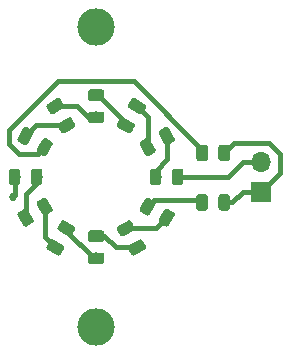
<source format=gbr>
G04 #@! TF.GenerationSoftware,KiCad,Pcbnew,5.0.2-bee76a0~70~ubuntu18.04.1*
G04 #@! TF.CreationDate,2020-10-21T16:40:24-07:00*
G04 #@! TF.ProjectId,led_ring,6c65645f-7269-46e6-972e-6b696361645f,rev?*
G04 #@! TF.SameCoordinates,Original*
G04 #@! TF.FileFunction,Copper,L1,Top*
G04 #@! TF.FilePolarity,Positive*
%FSLAX46Y46*%
G04 Gerber Fmt 4.6, Leading zero omitted, Abs format (unit mm)*
G04 Created by KiCad (PCBNEW 5.0.2-bee76a0~70~ubuntu18.04.1) date Wed 21 Oct 2020 04:40:24 PM PDT*
%MOMM*%
%LPD*%
G01*
G04 APERTURE LIST*
G04 #@! TA.AperFunction,ComponentPad*
%ADD10R,1.700000X1.700000*%
G04 #@! TD*
G04 #@! TA.AperFunction,ComponentPad*
%ADD11O,1.700000X1.700000*%
G04 #@! TD*
G04 #@! TA.AperFunction,ComponentPad*
%ADD12C,3.175000*%
G04 #@! TD*
G04 #@! TA.AperFunction,Conductor*
%ADD13C,0.100000*%
G04 #@! TD*
G04 #@! TA.AperFunction,SMDPad,CuDef*
%ADD14C,0.975000*%
G04 #@! TD*
G04 #@! TA.AperFunction,ViaPad*
%ADD15C,0.685800*%
G04 #@! TD*
G04 #@! TA.AperFunction,Conductor*
%ADD16C,0.381000*%
G04 #@! TD*
G04 APERTURE END LIST*
D10*
G04 #@! TO.P,J1,1*
G04 #@! TO.N,GND*
X64770000Y-52070000D03*
D11*
G04 #@! TO.P,J1,2*
G04 #@! TO.N,Net-(D1-Pad2)*
X64770000Y-49530000D03*
G04 #@! TD*
D12*
G04 #@! TO.P,M1,1*
G04 #@! TO.N,N/C*
X50800000Y-38100000D03*
G04 #@! TD*
G04 #@! TO.P,M2,1*
G04 #@! TO.N,N/C*
X50800000Y-63500000D03*
G04 #@! TD*
D13*
G04 #@! TO.N,GND*
G04 #@! TO.C,R1*
G36*
X61911142Y-52260174D02*
X61934803Y-52263684D01*
X61958007Y-52269496D01*
X61980529Y-52277554D01*
X62002153Y-52287782D01*
X62022670Y-52300079D01*
X62041883Y-52314329D01*
X62059607Y-52330393D01*
X62075671Y-52348117D01*
X62089921Y-52367330D01*
X62102218Y-52387847D01*
X62112446Y-52409471D01*
X62120504Y-52431993D01*
X62126316Y-52455197D01*
X62129826Y-52478858D01*
X62131000Y-52502750D01*
X62131000Y-53415250D01*
X62129826Y-53439142D01*
X62126316Y-53462803D01*
X62120504Y-53486007D01*
X62112446Y-53508529D01*
X62102218Y-53530153D01*
X62089921Y-53550670D01*
X62075671Y-53569883D01*
X62059607Y-53587607D01*
X62041883Y-53603671D01*
X62022670Y-53617921D01*
X62002153Y-53630218D01*
X61980529Y-53640446D01*
X61958007Y-53648504D01*
X61934803Y-53654316D01*
X61911142Y-53657826D01*
X61887250Y-53659000D01*
X61399750Y-53659000D01*
X61375858Y-53657826D01*
X61352197Y-53654316D01*
X61328993Y-53648504D01*
X61306471Y-53640446D01*
X61284847Y-53630218D01*
X61264330Y-53617921D01*
X61245117Y-53603671D01*
X61227393Y-53587607D01*
X61211329Y-53569883D01*
X61197079Y-53550670D01*
X61184782Y-53530153D01*
X61174554Y-53508529D01*
X61166496Y-53486007D01*
X61160684Y-53462803D01*
X61157174Y-53439142D01*
X61156000Y-53415250D01*
X61156000Y-52502750D01*
X61157174Y-52478858D01*
X61160684Y-52455197D01*
X61166496Y-52431993D01*
X61174554Y-52409471D01*
X61184782Y-52387847D01*
X61197079Y-52367330D01*
X61211329Y-52348117D01*
X61227393Y-52330393D01*
X61245117Y-52314329D01*
X61264330Y-52300079D01*
X61284847Y-52287782D01*
X61306471Y-52277554D01*
X61328993Y-52269496D01*
X61352197Y-52263684D01*
X61375858Y-52260174D01*
X61399750Y-52259000D01*
X61887250Y-52259000D01*
X61911142Y-52260174D01*
X61911142Y-52260174D01*
G37*
D14*
G04 #@! TD*
G04 #@! TO.P,R1,1*
G04 #@! TO.N,GND*
X61643500Y-52959000D03*
D13*
G04 #@! TO.N,Net-(D12-Pad1)*
G04 #@! TO.C,R1*
G36*
X60036142Y-52260174D02*
X60059803Y-52263684D01*
X60083007Y-52269496D01*
X60105529Y-52277554D01*
X60127153Y-52287782D01*
X60147670Y-52300079D01*
X60166883Y-52314329D01*
X60184607Y-52330393D01*
X60200671Y-52348117D01*
X60214921Y-52367330D01*
X60227218Y-52387847D01*
X60237446Y-52409471D01*
X60245504Y-52431993D01*
X60251316Y-52455197D01*
X60254826Y-52478858D01*
X60256000Y-52502750D01*
X60256000Y-53415250D01*
X60254826Y-53439142D01*
X60251316Y-53462803D01*
X60245504Y-53486007D01*
X60237446Y-53508529D01*
X60227218Y-53530153D01*
X60214921Y-53550670D01*
X60200671Y-53569883D01*
X60184607Y-53587607D01*
X60166883Y-53603671D01*
X60147670Y-53617921D01*
X60127153Y-53630218D01*
X60105529Y-53640446D01*
X60083007Y-53648504D01*
X60059803Y-53654316D01*
X60036142Y-53657826D01*
X60012250Y-53659000D01*
X59524750Y-53659000D01*
X59500858Y-53657826D01*
X59477197Y-53654316D01*
X59453993Y-53648504D01*
X59431471Y-53640446D01*
X59409847Y-53630218D01*
X59389330Y-53617921D01*
X59370117Y-53603671D01*
X59352393Y-53587607D01*
X59336329Y-53569883D01*
X59322079Y-53550670D01*
X59309782Y-53530153D01*
X59299554Y-53508529D01*
X59291496Y-53486007D01*
X59285684Y-53462803D01*
X59282174Y-53439142D01*
X59281000Y-53415250D01*
X59281000Y-52502750D01*
X59282174Y-52478858D01*
X59285684Y-52455197D01*
X59291496Y-52431993D01*
X59299554Y-52409471D01*
X59309782Y-52387847D01*
X59322079Y-52367330D01*
X59336329Y-52348117D01*
X59352393Y-52330393D01*
X59370117Y-52314329D01*
X59389330Y-52300079D01*
X59409847Y-52287782D01*
X59431471Y-52277554D01*
X59453993Y-52269496D01*
X59477197Y-52263684D01*
X59500858Y-52260174D01*
X59524750Y-52259000D01*
X60012250Y-52259000D01*
X60036142Y-52260174D01*
X60036142Y-52260174D01*
G37*
D14*
G04 #@! TD*
G04 #@! TO.P,R1,2*
G04 #@! TO.N,Net-(D12-Pad1)*
X59768500Y-52959000D03*
D13*
G04 #@! TO.N,Net-(D6-Pad1)*
G04 #@! TO.C,R2*
G36*
X60036142Y-48069174D02*
X60059803Y-48072684D01*
X60083007Y-48078496D01*
X60105529Y-48086554D01*
X60127153Y-48096782D01*
X60147670Y-48109079D01*
X60166883Y-48123329D01*
X60184607Y-48139393D01*
X60200671Y-48157117D01*
X60214921Y-48176330D01*
X60227218Y-48196847D01*
X60237446Y-48218471D01*
X60245504Y-48240993D01*
X60251316Y-48264197D01*
X60254826Y-48287858D01*
X60256000Y-48311750D01*
X60256000Y-49224250D01*
X60254826Y-49248142D01*
X60251316Y-49271803D01*
X60245504Y-49295007D01*
X60237446Y-49317529D01*
X60227218Y-49339153D01*
X60214921Y-49359670D01*
X60200671Y-49378883D01*
X60184607Y-49396607D01*
X60166883Y-49412671D01*
X60147670Y-49426921D01*
X60127153Y-49439218D01*
X60105529Y-49449446D01*
X60083007Y-49457504D01*
X60059803Y-49463316D01*
X60036142Y-49466826D01*
X60012250Y-49468000D01*
X59524750Y-49468000D01*
X59500858Y-49466826D01*
X59477197Y-49463316D01*
X59453993Y-49457504D01*
X59431471Y-49449446D01*
X59409847Y-49439218D01*
X59389330Y-49426921D01*
X59370117Y-49412671D01*
X59352393Y-49396607D01*
X59336329Y-49378883D01*
X59322079Y-49359670D01*
X59309782Y-49339153D01*
X59299554Y-49317529D01*
X59291496Y-49295007D01*
X59285684Y-49271803D01*
X59282174Y-49248142D01*
X59281000Y-49224250D01*
X59281000Y-48311750D01*
X59282174Y-48287858D01*
X59285684Y-48264197D01*
X59291496Y-48240993D01*
X59299554Y-48218471D01*
X59309782Y-48196847D01*
X59322079Y-48176330D01*
X59336329Y-48157117D01*
X59352393Y-48139393D01*
X59370117Y-48123329D01*
X59389330Y-48109079D01*
X59409847Y-48096782D01*
X59431471Y-48086554D01*
X59453993Y-48078496D01*
X59477197Y-48072684D01*
X59500858Y-48069174D01*
X59524750Y-48068000D01*
X60012250Y-48068000D01*
X60036142Y-48069174D01*
X60036142Y-48069174D01*
G37*
D14*
G04 #@! TD*
G04 #@! TO.P,R2,2*
G04 #@! TO.N,Net-(D6-Pad1)*
X59768500Y-48768000D03*
D13*
G04 #@! TO.N,GND*
G04 #@! TO.C,R2*
G36*
X61911142Y-48069174D02*
X61934803Y-48072684D01*
X61958007Y-48078496D01*
X61980529Y-48086554D01*
X62002153Y-48096782D01*
X62022670Y-48109079D01*
X62041883Y-48123329D01*
X62059607Y-48139393D01*
X62075671Y-48157117D01*
X62089921Y-48176330D01*
X62102218Y-48196847D01*
X62112446Y-48218471D01*
X62120504Y-48240993D01*
X62126316Y-48264197D01*
X62129826Y-48287858D01*
X62131000Y-48311750D01*
X62131000Y-49224250D01*
X62129826Y-49248142D01*
X62126316Y-49271803D01*
X62120504Y-49295007D01*
X62112446Y-49317529D01*
X62102218Y-49339153D01*
X62089921Y-49359670D01*
X62075671Y-49378883D01*
X62059607Y-49396607D01*
X62041883Y-49412671D01*
X62022670Y-49426921D01*
X62002153Y-49439218D01*
X61980529Y-49449446D01*
X61958007Y-49457504D01*
X61934803Y-49463316D01*
X61911142Y-49466826D01*
X61887250Y-49468000D01*
X61399750Y-49468000D01*
X61375858Y-49466826D01*
X61352197Y-49463316D01*
X61328993Y-49457504D01*
X61306471Y-49449446D01*
X61284847Y-49439218D01*
X61264330Y-49426921D01*
X61245117Y-49412671D01*
X61227393Y-49396607D01*
X61211329Y-49378883D01*
X61197079Y-49359670D01*
X61184782Y-49339153D01*
X61174554Y-49317529D01*
X61166496Y-49295007D01*
X61160684Y-49271803D01*
X61157174Y-49248142D01*
X61156000Y-49224250D01*
X61156000Y-48311750D01*
X61157174Y-48287858D01*
X61160684Y-48264197D01*
X61166496Y-48240993D01*
X61174554Y-48218471D01*
X61184782Y-48196847D01*
X61197079Y-48176330D01*
X61211329Y-48157117D01*
X61227393Y-48139393D01*
X61245117Y-48123329D01*
X61264330Y-48109079D01*
X61284847Y-48096782D01*
X61306471Y-48086554D01*
X61328993Y-48078496D01*
X61352197Y-48072684D01*
X61375858Y-48069174D01*
X61399750Y-48068000D01*
X61887250Y-48068000D01*
X61911142Y-48069174D01*
X61911142Y-48069174D01*
G37*
D14*
G04 #@! TD*
G04 #@! TO.P,R2,1*
G04 #@! TO.N,GND*
X61643500Y-48768000D03*
D13*
G04 #@! TO.N,Net-(D1-Pad1)*
G04 #@! TO.C,D1*
G36*
X56099142Y-50101174D02*
X56122803Y-50104684D01*
X56146007Y-50110496D01*
X56168529Y-50118554D01*
X56190153Y-50128782D01*
X56210670Y-50141079D01*
X56229883Y-50155329D01*
X56247607Y-50171393D01*
X56263671Y-50189117D01*
X56277921Y-50208330D01*
X56290218Y-50228847D01*
X56300446Y-50250471D01*
X56308504Y-50272993D01*
X56314316Y-50296197D01*
X56317826Y-50319858D01*
X56319000Y-50343750D01*
X56319000Y-51256250D01*
X56317826Y-51280142D01*
X56314316Y-51303803D01*
X56308504Y-51327007D01*
X56300446Y-51349529D01*
X56290218Y-51371153D01*
X56277921Y-51391670D01*
X56263671Y-51410883D01*
X56247607Y-51428607D01*
X56229883Y-51444671D01*
X56210670Y-51458921D01*
X56190153Y-51471218D01*
X56168529Y-51481446D01*
X56146007Y-51489504D01*
X56122803Y-51495316D01*
X56099142Y-51498826D01*
X56075250Y-51500000D01*
X55587750Y-51500000D01*
X55563858Y-51498826D01*
X55540197Y-51495316D01*
X55516993Y-51489504D01*
X55494471Y-51481446D01*
X55472847Y-51471218D01*
X55452330Y-51458921D01*
X55433117Y-51444671D01*
X55415393Y-51428607D01*
X55399329Y-51410883D01*
X55385079Y-51391670D01*
X55372782Y-51371153D01*
X55362554Y-51349529D01*
X55354496Y-51327007D01*
X55348684Y-51303803D01*
X55345174Y-51280142D01*
X55344000Y-51256250D01*
X55344000Y-50343750D01*
X55345174Y-50319858D01*
X55348684Y-50296197D01*
X55354496Y-50272993D01*
X55362554Y-50250471D01*
X55372782Y-50228847D01*
X55385079Y-50208330D01*
X55399329Y-50189117D01*
X55415393Y-50171393D01*
X55433117Y-50155329D01*
X55452330Y-50141079D01*
X55472847Y-50128782D01*
X55494471Y-50118554D01*
X55516993Y-50110496D01*
X55540197Y-50104684D01*
X55563858Y-50101174D01*
X55587750Y-50100000D01*
X56075250Y-50100000D01*
X56099142Y-50101174D01*
X56099142Y-50101174D01*
G37*
D14*
G04 #@! TD*
G04 #@! TO.P,D1,1*
G04 #@! TO.N,Net-(D1-Pad1)*
X55831500Y-50800000D03*
D13*
G04 #@! TO.N,Net-(D1-Pad2)*
G04 #@! TO.C,D1*
G36*
X57974142Y-50101174D02*
X57997803Y-50104684D01*
X58021007Y-50110496D01*
X58043529Y-50118554D01*
X58065153Y-50128782D01*
X58085670Y-50141079D01*
X58104883Y-50155329D01*
X58122607Y-50171393D01*
X58138671Y-50189117D01*
X58152921Y-50208330D01*
X58165218Y-50228847D01*
X58175446Y-50250471D01*
X58183504Y-50272993D01*
X58189316Y-50296197D01*
X58192826Y-50319858D01*
X58194000Y-50343750D01*
X58194000Y-51256250D01*
X58192826Y-51280142D01*
X58189316Y-51303803D01*
X58183504Y-51327007D01*
X58175446Y-51349529D01*
X58165218Y-51371153D01*
X58152921Y-51391670D01*
X58138671Y-51410883D01*
X58122607Y-51428607D01*
X58104883Y-51444671D01*
X58085670Y-51458921D01*
X58065153Y-51471218D01*
X58043529Y-51481446D01*
X58021007Y-51489504D01*
X57997803Y-51495316D01*
X57974142Y-51498826D01*
X57950250Y-51500000D01*
X57462750Y-51500000D01*
X57438858Y-51498826D01*
X57415197Y-51495316D01*
X57391993Y-51489504D01*
X57369471Y-51481446D01*
X57347847Y-51471218D01*
X57327330Y-51458921D01*
X57308117Y-51444671D01*
X57290393Y-51428607D01*
X57274329Y-51410883D01*
X57260079Y-51391670D01*
X57247782Y-51371153D01*
X57237554Y-51349529D01*
X57229496Y-51327007D01*
X57223684Y-51303803D01*
X57220174Y-51280142D01*
X57219000Y-51256250D01*
X57219000Y-50343750D01*
X57220174Y-50319858D01*
X57223684Y-50296197D01*
X57229496Y-50272993D01*
X57237554Y-50250471D01*
X57247782Y-50228847D01*
X57260079Y-50208330D01*
X57274329Y-50189117D01*
X57290393Y-50171393D01*
X57308117Y-50155329D01*
X57327330Y-50141079D01*
X57347847Y-50128782D01*
X57369471Y-50118554D01*
X57391993Y-50110496D01*
X57415197Y-50104684D01*
X57438858Y-50101174D01*
X57462750Y-50100000D01*
X57950250Y-50100000D01*
X57974142Y-50101174D01*
X57974142Y-50101174D01*
G37*
D14*
G04 #@! TD*
G04 #@! TO.P,D1,2*
G04 #@! TO.N,Net-(D1-Pad2)*
X57706500Y-50800000D03*
D13*
G04 #@! TO.N,Net-(D1-Pad1)*
G04 #@! TO.C,D2*
G36*
X56780110Y-46586523D02*
X56803874Y-46589257D01*
X56827255Y-46594307D01*
X56850029Y-46601624D01*
X56871976Y-46611138D01*
X56892885Y-46622758D01*
X56912554Y-46636371D01*
X56930794Y-46651847D01*
X56947429Y-46669036D01*
X56962299Y-46687772D01*
X56975262Y-46707876D01*
X57431512Y-47498124D01*
X57442441Y-47519402D01*
X57451232Y-47541648D01*
X57457801Y-47564649D01*
X57462083Y-47588183D01*
X57464037Y-47612024D01*
X57463646Y-47635941D01*
X57460912Y-47659705D01*
X57455862Y-47683086D01*
X57448545Y-47705860D01*
X57439031Y-47727807D01*
X57427411Y-47748716D01*
X57413798Y-47768385D01*
X57398322Y-47786625D01*
X57381134Y-47803260D01*
X57362397Y-47818130D01*
X57342293Y-47831093D01*
X56920105Y-48074843D01*
X56898827Y-48085772D01*
X56876581Y-48094563D01*
X56853580Y-48101132D01*
X56830046Y-48105414D01*
X56806205Y-48107368D01*
X56782288Y-48106977D01*
X56758524Y-48104243D01*
X56735143Y-48099193D01*
X56712369Y-48091876D01*
X56690422Y-48082362D01*
X56669513Y-48070742D01*
X56649844Y-48057129D01*
X56631604Y-48041653D01*
X56614969Y-48024464D01*
X56600099Y-48005728D01*
X56587136Y-47985624D01*
X56130886Y-47195376D01*
X56119957Y-47174098D01*
X56111166Y-47151852D01*
X56104597Y-47128851D01*
X56100315Y-47105317D01*
X56098361Y-47081476D01*
X56098752Y-47057559D01*
X56101486Y-47033795D01*
X56106536Y-47010414D01*
X56113853Y-46987640D01*
X56123367Y-46965693D01*
X56134987Y-46944784D01*
X56148600Y-46925115D01*
X56164076Y-46906875D01*
X56181264Y-46890240D01*
X56200001Y-46875370D01*
X56220105Y-46862407D01*
X56642293Y-46618657D01*
X56663571Y-46607728D01*
X56685817Y-46598937D01*
X56708818Y-46592368D01*
X56732352Y-46588086D01*
X56756193Y-46586132D01*
X56780110Y-46586523D01*
X56780110Y-46586523D01*
G37*
D14*
G04 #@! TD*
G04 #@! TO.P,D2,2*
G04 #@! TO.N,Net-(D1-Pad1)*
X56781199Y-47346750D03*
D13*
G04 #@! TO.N,Net-(D2-Pad1)*
G04 #@! TO.C,D2*
G36*
X55156312Y-47524023D02*
X55180076Y-47526757D01*
X55203457Y-47531807D01*
X55226231Y-47539124D01*
X55248178Y-47548638D01*
X55269087Y-47560258D01*
X55288756Y-47573871D01*
X55306996Y-47589347D01*
X55323631Y-47606536D01*
X55338501Y-47625272D01*
X55351464Y-47645376D01*
X55807714Y-48435624D01*
X55818643Y-48456902D01*
X55827434Y-48479148D01*
X55834003Y-48502149D01*
X55838285Y-48525683D01*
X55840239Y-48549524D01*
X55839848Y-48573441D01*
X55837114Y-48597205D01*
X55832064Y-48620586D01*
X55824747Y-48643360D01*
X55815233Y-48665307D01*
X55803613Y-48686216D01*
X55790000Y-48705885D01*
X55774524Y-48724125D01*
X55757336Y-48740760D01*
X55738599Y-48755630D01*
X55718495Y-48768593D01*
X55296307Y-49012343D01*
X55275029Y-49023272D01*
X55252783Y-49032063D01*
X55229782Y-49038632D01*
X55206248Y-49042914D01*
X55182407Y-49044868D01*
X55158490Y-49044477D01*
X55134726Y-49041743D01*
X55111345Y-49036693D01*
X55088571Y-49029376D01*
X55066624Y-49019862D01*
X55045715Y-49008242D01*
X55026046Y-48994629D01*
X55007806Y-48979153D01*
X54991171Y-48961964D01*
X54976301Y-48943228D01*
X54963338Y-48923124D01*
X54507088Y-48132876D01*
X54496159Y-48111598D01*
X54487368Y-48089352D01*
X54480799Y-48066351D01*
X54476517Y-48042817D01*
X54474563Y-48018976D01*
X54474954Y-47995059D01*
X54477688Y-47971295D01*
X54482738Y-47947914D01*
X54490055Y-47925140D01*
X54499569Y-47903193D01*
X54511189Y-47882284D01*
X54524802Y-47862615D01*
X54540278Y-47844375D01*
X54557466Y-47827740D01*
X54576203Y-47812870D01*
X54596307Y-47799907D01*
X55018495Y-47556157D01*
X55039773Y-47545228D01*
X55062019Y-47536437D01*
X55085020Y-47529868D01*
X55108554Y-47525586D01*
X55132395Y-47523632D01*
X55156312Y-47524023D01*
X55156312Y-47524023D01*
G37*
D14*
G04 #@! TD*
G04 #@! TO.P,D2,1*
G04 #@! TO.N,Net-(D2-Pad1)*
X55157401Y-48284250D03*
D13*
G04 #@! TO.N,Net-(D3-Pad1)*
G04 #@! TO.C,D3*
G36*
X53074317Y-45761715D02*
X53097851Y-45765997D01*
X53120852Y-45772566D01*
X53143098Y-45781357D01*
X53164376Y-45792286D01*
X53954624Y-46248536D01*
X53974728Y-46261499D01*
X53993465Y-46276369D01*
X54010653Y-46293004D01*
X54026129Y-46311244D01*
X54039742Y-46330913D01*
X54051362Y-46351822D01*
X54060876Y-46373769D01*
X54068193Y-46396543D01*
X54073243Y-46419924D01*
X54075977Y-46443688D01*
X54076368Y-46467605D01*
X54074414Y-46491446D01*
X54070132Y-46514980D01*
X54063563Y-46537981D01*
X54054772Y-46560227D01*
X54043843Y-46581505D01*
X53800093Y-47003693D01*
X53787130Y-47023797D01*
X53772260Y-47042533D01*
X53755625Y-47059722D01*
X53737385Y-47075198D01*
X53717716Y-47088811D01*
X53696807Y-47100431D01*
X53674860Y-47109945D01*
X53652086Y-47117262D01*
X53628705Y-47122312D01*
X53604941Y-47125046D01*
X53581024Y-47125437D01*
X53557183Y-47123483D01*
X53533649Y-47119201D01*
X53510648Y-47112632D01*
X53488402Y-47103841D01*
X53467124Y-47092912D01*
X52676876Y-46636662D01*
X52656772Y-46623699D01*
X52638035Y-46608829D01*
X52620847Y-46592194D01*
X52605371Y-46573954D01*
X52591758Y-46554285D01*
X52580138Y-46533376D01*
X52570624Y-46511429D01*
X52563307Y-46488655D01*
X52558257Y-46465274D01*
X52555523Y-46441510D01*
X52555132Y-46417593D01*
X52557086Y-46393752D01*
X52561368Y-46370218D01*
X52567937Y-46347217D01*
X52576728Y-46324971D01*
X52587657Y-46303693D01*
X52831407Y-45881505D01*
X52844370Y-45861401D01*
X52859240Y-45842665D01*
X52875875Y-45825476D01*
X52894115Y-45810000D01*
X52913784Y-45796387D01*
X52934693Y-45784767D01*
X52956640Y-45775253D01*
X52979414Y-45767936D01*
X53002795Y-45762886D01*
X53026559Y-45760152D01*
X53050476Y-45759761D01*
X53074317Y-45761715D01*
X53074317Y-45761715D01*
G37*
D14*
G04 #@! TD*
G04 #@! TO.P,D3,1*
G04 #@! TO.N,Net-(D3-Pad1)*
X53315750Y-46442599D03*
D13*
G04 #@! TO.N,Net-(D2-Pad1)*
G04 #@! TO.C,D3*
G36*
X54011817Y-44137917D02*
X54035351Y-44142199D01*
X54058352Y-44148768D01*
X54080598Y-44157559D01*
X54101876Y-44168488D01*
X54892124Y-44624738D01*
X54912228Y-44637701D01*
X54930965Y-44652571D01*
X54948153Y-44669206D01*
X54963629Y-44687446D01*
X54977242Y-44707115D01*
X54988862Y-44728024D01*
X54998376Y-44749971D01*
X55005693Y-44772745D01*
X55010743Y-44796126D01*
X55013477Y-44819890D01*
X55013868Y-44843807D01*
X55011914Y-44867648D01*
X55007632Y-44891182D01*
X55001063Y-44914183D01*
X54992272Y-44936429D01*
X54981343Y-44957707D01*
X54737593Y-45379895D01*
X54724630Y-45399999D01*
X54709760Y-45418735D01*
X54693125Y-45435924D01*
X54674885Y-45451400D01*
X54655216Y-45465013D01*
X54634307Y-45476633D01*
X54612360Y-45486147D01*
X54589586Y-45493464D01*
X54566205Y-45498514D01*
X54542441Y-45501248D01*
X54518524Y-45501639D01*
X54494683Y-45499685D01*
X54471149Y-45495403D01*
X54448148Y-45488834D01*
X54425902Y-45480043D01*
X54404624Y-45469114D01*
X53614376Y-45012864D01*
X53594272Y-44999901D01*
X53575535Y-44985031D01*
X53558347Y-44968396D01*
X53542871Y-44950156D01*
X53529258Y-44930487D01*
X53517638Y-44909578D01*
X53508124Y-44887631D01*
X53500807Y-44864857D01*
X53495757Y-44841476D01*
X53493023Y-44817712D01*
X53492632Y-44793795D01*
X53494586Y-44769954D01*
X53498868Y-44746420D01*
X53505437Y-44723419D01*
X53514228Y-44701173D01*
X53525157Y-44679895D01*
X53768907Y-44257707D01*
X53781870Y-44237603D01*
X53796740Y-44218867D01*
X53813375Y-44201678D01*
X53831615Y-44186202D01*
X53851284Y-44172589D01*
X53872193Y-44160969D01*
X53894140Y-44151455D01*
X53916914Y-44144138D01*
X53940295Y-44139088D01*
X53964059Y-44136354D01*
X53987976Y-44135963D01*
X54011817Y-44137917D01*
X54011817Y-44137917D01*
G37*
D14*
G04 #@! TD*
G04 #@! TO.P,D3,2*
G04 #@! TO.N,Net-(D2-Pad1)*
X54253250Y-44818801D03*
D13*
G04 #@! TO.N,Net-(D3-Pad1)*
G04 #@! TO.C,D4*
G36*
X51280142Y-43407174D02*
X51303803Y-43410684D01*
X51327007Y-43416496D01*
X51349529Y-43424554D01*
X51371153Y-43434782D01*
X51391670Y-43447079D01*
X51410883Y-43461329D01*
X51428607Y-43477393D01*
X51444671Y-43495117D01*
X51458921Y-43514330D01*
X51471218Y-43534847D01*
X51481446Y-43556471D01*
X51489504Y-43578993D01*
X51495316Y-43602197D01*
X51498826Y-43625858D01*
X51500000Y-43649750D01*
X51500000Y-44137250D01*
X51498826Y-44161142D01*
X51495316Y-44184803D01*
X51489504Y-44208007D01*
X51481446Y-44230529D01*
X51471218Y-44252153D01*
X51458921Y-44272670D01*
X51444671Y-44291883D01*
X51428607Y-44309607D01*
X51410883Y-44325671D01*
X51391670Y-44339921D01*
X51371153Y-44352218D01*
X51349529Y-44362446D01*
X51327007Y-44370504D01*
X51303803Y-44376316D01*
X51280142Y-44379826D01*
X51256250Y-44381000D01*
X50343750Y-44381000D01*
X50319858Y-44379826D01*
X50296197Y-44376316D01*
X50272993Y-44370504D01*
X50250471Y-44362446D01*
X50228847Y-44352218D01*
X50208330Y-44339921D01*
X50189117Y-44325671D01*
X50171393Y-44309607D01*
X50155329Y-44291883D01*
X50141079Y-44272670D01*
X50128782Y-44252153D01*
X50118554Y-44230529D01*
X50110496Y-44208007D01*
X50104684Y-44184803D01*
X50101174Y-44161142D01*
X50100000Y-44137250D01*
X50100000Y-43649750D01*
X50101174Y-43625858D01*
X50104684Y-43602197D01*
X50110496Y-43578993D01*
X50118554Y-43556471D01*
X50128782Y-43534847D01*
X50141079Y-43514330D01*
X50155329Y-43495117D01*
X50171393Y-43477393D01*
X50189117Y-43461329D01*
X50208330Y-43447079D01*
X50228847Y-43434782D01*
X50250471Y-43424554D01*
X50272993Y-43416496D01*
X50296197Y-43410684D01*
X50319858Y-43407174D01*
X50343750Y-43406000D01*
X51256250Y-43406000D01*
X51280142Y-43407174D01*
X51280142Y-43407174D01*
G37*
D14*
G04 #@! TD*
G04 #@! TO.P,D4,2*
G04 #@! TO.N,Net-(D3-Pad1)*
X50800000Y-43893500D03*
D13*
G04 #@! TO.N,Net-(D4-Pad1)*
G04 #@! TO.C,D4*
G36*
X51280142Y-45282174D02*
X51303803Y-45285684D01*
X51327007Y-45291496D01*
X51349529Y-45299554D01*
X51371153Y-45309782D01*
X51391670Y-45322079D01*
X51410883Y-45336329D01*
X51428607Y-45352393D01*
X51444671Y-45370117D01*
X51458921Y-45389330D01*
X51471218Y-45409847D01*
X51481446Y-45431471D01*
X51489504Y-45453993D01*
X51495316Y-45477197D01*
X51498826Y-45500858D01*
X51500000Y-45524750D01*
X51500000Y-46012250D01*
X51498826Y-46036142D01*
X51495316Y-46059803D01*
X51489504Y-46083007D01*
X51481446Y-46105529D01*
X51471218Y-46127153D01*
X51458921Y-46147670D01*
X51444671Y-46166883D01*
X51428607Y-46184607D01*
X51410883Y-46200671D01*
X51391670Y-46214921D01*
X51371153Y-46227218D01*
X51349529Y-46237446D01*
X51327007Y-46245504D01*
X51303803Y-46251316D01*
X51280142Y-46254826D01*
X51256250Y-46256000D01*
X50343750Y-46256000D01*
X50319858Y-46254826D01*
X50296197Y-46251316D01*
X50272993Y-46245504D01*
X50250471Y-46237446D01*
X50228847Y-46227218D01*
X50208330Y-46214921D01*
X50189117Y-46200671D01*
X50171393Y-46184607D01*
X50155329Y-46166883D01*
X50141079Y-46147670D01*
X50128782Y-46127153D01*
X50118554Y-46105529D01*
X50110496Y-46083007D01*
X50104684Y-46059803D01*
X50101174Y-46036142D01*
X50100000Y-46012250D01*
X50100000Y-45524750D01*
X50101174Y-45500858D01*
X50104684Y-45477197D01*
X50110496Y-45453993D01*
X50118554Y-45431471D01*
X50128782Y-45409847D01*
X50141079Y-45389330D01*
X50155329Y-45370117D01*
X50171393Y-45352393D01*
X50189117Y-45336329D01*
X50208330Y-45322079D01*
X50228847Y-45309782D01*
X50250471Y-45299554D01*
X50272993Y-45291496D01*
X50296197Y-45285684D01*
X50319858Y-45282174D01*
X50343750Y-45281000D01*
X51256250Y-45281000D01*
X51280142Y-45282174D01*
X51280142Y-45282174D01*
G37*
D14*
G04 #@! TD*
G04 #@! TO.P,D4,1*
G04 #@! TO.N,Net-(D4-Pad1)*
X50800000Y-45768500D03*
D13*
G04 #@! TO.N,Net-(D5-Pad1)*
G04 #@! TO.C,D5*
G36*
X48573441Y-45760152D02*
X48597205Y-45762886D01*
X48620586Y-45767936D01*
X48643360Y-45775253D01*
X48665307Y-45784767D01*
X48686216Y-45796387D01*
X48705885Y-45810000D01*
X48724125Y-45825476D01*
X48740760Y-45842664D01*
X48755630Y-45861401D01*
X48768593Y-45881505D01*
X49012343Y-46303693D01*
X49023272Y-46324971D01*
X49032063Y-46347217D01*
X49038632Y-46370218D01*
X49042914Y-46393752D01*
X49044868Y-46417593D01*
X49044477Y-46441510D01*
X49041743Y-46465274D01*
X49036693Y-46488655D01*
X49029376Y-46511429D01*
X49019862Y-46533376D01*
X49008242Y-46554285D01*
X48994629Y-46573954D01*
X48979153Y-46592194D01*
X48961964Y-46608829D01*
X48943228Y-46623699D01*
X48923124Y-46636662D01*
X48132876Y-47092912D01*
X48111598Y-47103841D01*
X48089352Y-47112632D01*
X48066351Y-47119201D01*
X48042817Y-47123483D01*
X48018976Y-47125437D01*
X47995059Y-47125046D01*
X47971295Y-47122312D01*
X47947914Y-47117262D01*
X47925140Y-47109945D01*
X47903193Y-47100431D01*
X47882284Y-47088811D01*
X47862615Y-47075198D01*
X47844375Y-47059722D01*
X47827740Y-47042534D01*
X47812870Y-47023797D01*
X47799907Y-47003693D01*
X47556157Y-46581505D01*
X47545228Y-46560227D01*
X47536437Y-46537981D01*
X47529868Y-46514980D01*
X47525586Y-46491446D01*
X47523632Y-46467605D01*
X47524023Y-46443688D01*
X47526757Y-46419924D01*
X47531807Y-46396543D01*
X47539124Y-46373769D01*
X47548638Y-46351822D01*
X47560258Y-46330913D01*
X47573871Y-46311244D01*
X47589347Y-46293004D01*
X47606536Y-46276369D01*
X47625272Y-46261499D01*
X47645376Y-46248536D01*
X48435624Y-45792286D01*
X48456902Y-45781357D01*
X48479148Y-45772566D01*
X48502149Y-45765997D01*
X48525683Y-45761715D01*
X48549524Y-45759761D01*
X48573441Y-45760152D01*
X48573441Y-45760152D01*
G37*
D14*
G04 #@! TD*
G04 #@! TO.P,D5,1*
G04 #@! TO.N,Net-(D5-Pad1)*
X48284250Y-46442599D03*
D13*
G04 #@! TO.N,Net-(D4-Pad1)*
G04 #@! TO.C,D5*
G36*
X47635941Y-44136354D02*
X47659705Y-44139088D01*
X47683086Y-44144138D01*
X47705860Y-44151455D01*
X47727807Y-44160969D01*
X47748716Y-44172589D01*
X47768385Y-44186202D01*
X47786625Y-44201678D01*
X47803260Y-44218866D01*
X47818130Y-44237603D01*
X47831093Y-44257707D01*
X48074843Y-44679895D01*
X48085772Y-44701173D01*
X48094563Y-44723419D01*
X48101132Y-44746420D01*
X48105414Y-44769954D01*
X48107368Y-44793795D01*
X48106977Y-44817712D01*
X48104243Y-44841476D01*
X48099193Y-44864857D01*
X48091876Y-44887631D01*
X48082362Y-44909578D01*
X48070742Y-44930487D01*
X48057129Y-44950156D01*
X48041653Y-44968396D01*
X48024464Y-44985031D01*
X48005728Y-44999901D01*
X47985624Y-45012864D01*
X47195376Y-45469114D01*
X47174098Y-45480043D01*
X47151852Y-45488834D01*
X47128851Y-45495403D01*
X47105317Y-45499685D01*
X47081476Y-45501639D01*
X47057559Y-45501248D01*
X47033795Y-45498514D01*
X47010414Y-45493464D01*
X46987640Y-45486147D01*
X46965693Y-45476633D01*
X46944784Y-45465013D01*
X46925115Y-45451400D01*
X46906875Y-45435924D01*
X46890240Y-45418736D01*
X46875370Y-45399999D01*
X46862407Y-45379895D01*
X46618657Y-44957707D01*
X46607728Y-44936429D01*
X46598937Y-44914183D01*
X46592368Y-44891182D01*
X46588086Y-44867648D01*
X46586132Y-44843807D01*
X46586523Y-44819890D01*
X46589257Y-44796126D01*
X46594307Y-44772745D01*
X46601624Y-44749971D01*
X46611138Y-44728024D01*
X46622758Y-44707115D01*
X46636371Y-44687446D01*
X46651847Y-44669206D01*
X46669036Y-44652571D01*
X46687772Y-44637701D01*
X46707876Y-44624738D01*
X47498124Y-44168488D01*
X47519402Y-44157559D01*
X47541648Y-44148768D01*
X47564649Y-44142199D01*
X47588183Y-44137917D01*
X47612024Y-44135963D01*
X47635941Y-44136354D01*
X47635941Y-44136354D01*
G37*
D14*
G04 #@! TD*
G04 #@! TO.P,D5,2*
G04 #@! TO.N,Net-(D4-Pad1)*
X47346750Y-44818801D03*
D13*
G04 #@! TO.N,Net-(D5-Pad1)*
G04 #@! TO.C,D6*
G36*
X44867648Y-46588086D02*
X44891182Y-46592368D01*
X44914183Y-46598937D01*
X44936429Y-46607728D01*
X44957707Y-46618657D01*
X45379895Y-46862407D01*
X45399999Y-46875370D01*
X45418735Y-46890240D01*
X45435924Y-46906875D01*
X45451400Y-46925115D01*
X45465013Y-46944784D01*
X45476633Y-46965693D01*
X45486147Y-46987640D01*
X45493464Y-47010414D01*
X45498514Y-47033795D01*
X45501248Y-47057559D01*
X45501639Y-47081476D01*
X45499685Y-47105317D01*
X45495403Y-47128851D01*
X45488834Y-47151852D01*
X45480043Y-47174098D01*
X45469114Y-47195376D01*
X45012864Y-47985624D01*
X44999901Y-48005728D01*
X44985031Y-48024465D01*
X44968396Y-48041653D01*
X44950156Y-48057129D01*
X44930487Y-48070742D01*
X44909578Y-48082362D01*
X44887631Y-48091876D01*
X44864857Y-48099193D01*
X44841476Y-48104243D01*
X44817712Y-48106977D01*
X44793795Y-48107368D01*
X44769954Y-48105414D01*
X44746420Y-48101132D01*
X44723419Y-48094563D01*
X44701173Y-48085772D01*
X44679895Y-48074843D01*
X44257707Y-47831093D01*
X44237603Y-47818130D01*
X44218867Y-47803260D01*
X44201678Y-47786625D01*
X44186202Y-47768385D01*
X44172589Y-47748716D01*
X44160969Y-47727807D01*
X44151455Y-47705860D01*
X44144138Y-47683086D01*
X44139088Y-47659705D01*
X44136354Y-47635941D01*
X44135963Y-47612024D01*
X44137917Y-47588183D01*
X44142199Y-47564649D01*
X44148768Y-47541648D01*
X44157559Y-47519402D01*
X44168488Y-47498124D01*
X44624738Y-46707876D01*
X44637701Y-46687772D01*
X44652571Y-46669035D01*
X44669206Y-46651847D01*
X44687446Y-46636371D01*
X44707115Y-46622758D01*
X44728024Y-46611138D01*
X44749971Y-46601624D01*
X44772745Y-46594307D01*
X44796126Y-46589257D01*
X44819890Y-46586523D01*
X44843807Y-46586132D01*
X44867648Y-46588086D01*
X44867648Y-46588086D01*
G37*
D14*
G04 #@! TD*
G04 #@! TO.P,D6,2*
G04 #@! TO.N,Net-(D5-Pad1)*
X44818801Y-47346750D03*
D13*
G04 #@! TO.N,Net-(D6-Pad1)*
G04 #@! TO.C,D6*
G36*
X46491446Y-47525586D02*
X46514980Y-47529868D01*
X46537981Y-47536437D01*
X46560227Y-47545228D01*
X46581505Y-47556157D01*
X47003693Y-47799907D01*
X47023797Y-47812870D01*
X47042533Y-47827740D01*
X47059722Y-47844375D01*
X47075198Y-47862615D01*
X47088811Y-47882284D01*
X47100431Y-47903193D01*
X47109945Y-47925140D01*
X47117262Y-47947914D01*
X47122312Y-47971295D01*
X47125046Y-47995059D01*
X47125437Y-48018976D01*
X47123483Y-48042817D01*
X47119201Y-48066351D01*
X47112632Y-48089352D01*
X47103841Y-48111598D01*
X47092912Y-48132876D01*
X46636662Y-48923124D01*
X46623699Y-48943228D01*
X46608829Y-48961965D01*
X46592194Y-48979153D01*
X46573954Y-48994629D01*
X46554285Y-49008242D01*
X46533376Y-49019862D01*
X46511429Y-49029376D01*
X46488655Y-49036693D01*
X46465274Y-49041743D01*
X46441510Y-49044477D01*
X46417593Y-49044868D01*
X46393752Y-49042914D01*
X46370218Y-49038632D01*
X46347217Y-49032063D01*
X46324971Y-49023272D01*
X46303693Y-49012343D01*
X45881505Y-48768593D01*
X45861401Y-48755630D01*
X45842665Y-48740760D01*
X45825476Y-48724125D01*
X45810000Y-48705885D01*
X45796387Y-48686216D01*
X45784767Y-48665307D01*
X45775253Y-48643360D01*
X45767936Y-48620586D01*
X45762886Y-48597205D01*
X45760152Y-48573441D01*
X45759761Y-48549524D01*
X45761715Y-48525683D01*
X45765997Y-48502149D01*
X45772566Y-48479148D01*
X45781357Y-48456902D01*
X45792286Y-48435624D01*
X46248536Y-47645376D01*
X46261499Y-47625272D01*
X46276369Y-47606535D01*
X46293004Y-47589347D01*
X46311244Y-47573871D01*
X46330913Y-47560258D01*
X46351822Y-47548638D01*
X46373769Y-47539124D01*
X46396543Y-47531807D01*
X46419924Y-47526757D01*
X46443688Y-47524023D01*
X46467605Y-47523632D01*
X46491446Y-47525586D01*
X46491446Y-47525586D01*
G37*
D14*
G04 #@! TD*
G04 #@! TO.P,D6,1*
G04 #@! TO.N,Net-(D6-Pad1)*
X46442599Y-48284250D03*
D13*
G04 #@! TO.N,Net-(D7-Pad1)*
G04 #@! TO.C,D7*
G36*
X46036142Y-50101174D02*
X46059803Y-50104684D01*
X46083007Y-50110496D01*
X46105529Y-50118554D01*
X46127153Y-50128782D01*
X46147670Y-50141079D01*
X46166883Y-50155329D01*
X46184607Y-50171393D01*
X46200671Y-50189117D01*
X46214921Y-50208330D01*
X46227218Y-50228847D01*
X46237446Y-50250471D01*
X46245504Y-50272993D01*
X46251316Y-50296197D01*
X46254826Y-50319858D01*
X46256000Y-50343750D01*
X46256000Y-51256250D01*
X46254826Y-51280142D01*
X46251316Y-51303803D01*
X46245504Y-51327007D01*
X46237446Y-51349529D01*
X46227218Y-51371153D01*
X46214921Y-51391670D01*
X46200671Y-51410883D01*
X46184607Y-51428607D01*
X46166883Y-51444671D01*
X46147670Y-51458921D01*
X46127153Y-51471218D01*
X46105529Y-51481446D01*
X46083007Y-51489504D01*
X46059803Y-51495316D01*
X46036142Y-51498826D01*
X46012250Y-51500000D01*
X45524750Y-51500000D01*
X45500858Y-51498826D01*
X45477197Y-51495316D01*
X45453993Y-51489504D01*
X45431471Y-51481446D01*
X45409847Y-51471218D01*
X45389330Y-51458921D01*
X45370117Y-51444671D01*
X45352393Y-51428607D01*
X45336329Y-51410883D01*
X45322079Y-51391670D01*
X45309782Y-51371153D01*
X45299554Y-51349529D01*
X45291496Y-51327007D01*
X45285684Y-51303803D01*
X45282174Y-51280142D01*
X45281000Y-51256250D01*
X45281000Y-50343750D01*
X45282174Y-50319858D01*
X45285684Y-50296197D01*
X45291496Y-50272993D01*
X45299554Y-50250471D01*
X45309782Y-50228847D01*
X45322079Y-50208330D01*
X45336329Y-50189117D01*
X45352393Y-50171393D01*
X45370117Y-50155329D01*
X45389330Y-50141079D01*
X45409847Y-50128782D01*
X45431471Y-50118554D01*
X45453993Y-50110496D01*
X45477197Y-50104684D01*
X45500858Y-50101174D01*
X45524750Y-50100000D01*
X46012250Y-50100000D01*
X46036142Y-50101174D01*
X46036142Y-50101174D01*
G37*
D14*
G04 #@! TD*
G04 #@! TO.P,D7,1*
G04 #@! TO.N,Net-(D7-Pad1)*
X45768500Y-50800000D03*
D13*
G04 #@! TO.N,Net-(D1-Pad2)*
G04 #@! TO.C,D7*
G36*
X44161142Y-50101174D02*
X44184803Y-50104684D01*
X44208007Y-50110496D01*
X44230529Y-50118554D01*
X44252153Y-50128782D01*
X44272670Y-50141079D01*
X44291883Y-50155329D01*
X44309607Y-50171393D01*
X44325671Y-50189117D01*
X44339921Y-50208330D01*
X44352218Y-50228847D01*
X44362446Y-50250471D01*
X44370504Y-50272993D01*
X44376316Y-50296197D01*
X44379826Y-50319858D01*
X44381000Y-50343750D01*
X44381000Y-51256250D01*
X44379826Y-51280142D01*
X44376316Y-51303803D01*
X44370504Y-51327007D01*
X44362446Y-51349529D01*
X44352218Y-51371153D01*
X44339921Y-51391670D01*
X44325671Y-51410883D01*
X44309607Y-51428607D01*
X44291883Y-51444671D01*
X44272670Y-51458921D01*
X44252153Y-51471218D01*
X44230529Y-51481446D01*
X44208007Y-51489504D01*
X44184803Y-51495316D01*
X44161142Y-51498826D01*
X44137250Y-51500000D01*
X43649750Y-51500000D01*
X43625858Y-51498826D01*
X43602197Y-51495316D01*
X43578993Y-51489504D01*
X43556471Y-51481446D01*
X43534847Y-51471218D01*
X43514330Y-51458921D01*
X43495117Y-51444671D01*
X43477393Y-51428607D01*
X43461329Y-51410883D01*
X43447079Y-51391670D01*
X43434782Y-51371153D01*
X43424554Y-51349529D01*
X43416496Y-51327007D01*
X43410684Y-51303803D01*
X43407174Y-51280142D01*
X43406000Y-51256250D01*
X43406000Y-50343750D01*
X43407174Y-50319858D01*
X43410684Y-50296197D01*
X43416496Y-50272993D01*
X43424554Y-50250471D01*
X43434782Y-50228847D01*
X43447079Y-50208330D01*
X43461329Y-50189117D01*
X43477393Y-50171393D01*
X43495117Y-50155329D01*
X43514330Y-50141079D01*
X43534847Y-50128782D01*
X43556471Y-50118554D01*
X43578993Y-50110496D01*
X43602197Y-50104684D01*
X43625858Y-50101174D01*
X43649750Y-50100000D01*
X44137250Y-50100000D01*
X44161142Y-50101174D01*
X44161142Y-50101174D01*
G37*
D14*
G04 #@! TD*
G04 #@! TO.P,D7,2*
G04 #@! TO.N,Net-(D1-Pad2)*
X43893500Y-50800000D03*
D13*
G04 #@! TO.N,Net-(D7-Pad1)*
G04 #@! TO.C,D8*
G36*
X44817712Y-53493023D02*
X44841476Y-53495757D01*
X44864857Y-53500807D01*
X44887631Y-53508124D01*
X44909578Y-53517638D01*
X44930487Y-53529258D01*
X44950156Y-53542871D01*
X44968396Y-53558347D01*
X44985031Y-53575536D01*
X44999901Y-53594272D01*
X45012864Y-53614376D01*
X45469114Y-54404624D01*
X45480043Y-54425902D01*
X45488834Y-54448148D01*
X45495403Y-54471149D01*
X45499685Y-54494683D01*
X45501639Y-54518524D01*
X45501248Y-54542441D01*
X45498514Y-54566205D01*
X45493464Y-54589586D01*
X45486147Y-54612360D01*
X45476633Y-54634307D01*
X45465013Y-54655216D01*
X45451400Y-54674885D01*
X45435924Y-54693125D01*
X45418736Y-54709760D01*
X45399999Y-54724630D01*
X45379895Y-54737593D01*
X44957707Y-54981343D01*
X44936429Y-54992272D01*
X44914183Y-55001063D01*
X44891182Y-55007632D01*
X44867648Y-55011914D01*
X44843807Y-55013868D01*
X44819890Y-55013477D01*
X44796126Y-55010743D01*
X44772745Y-55005693D01*
X44749971Y-54998376D01*
X44728024Y-54988862D01*
X44707115Y-54977242D01*
X44687446Y-54963629D01*
X44669206Y-54948153D01*
X44652571Y-54930964D01*
X44637701Y-54912228D01*
X44624738Y-54892124D01*
X44168488Y-54101876D01*
X44157559Y-54080598D01*
X44148768Y-54058352D01*
X44142199Y-54035351D01*
X44137917Y-54011817D01*
X44135963Y-53987976D01*
X44136354Y-53964059D01*
X44139088Y-53940295D01*
X44144138Y-53916914D01*
X44151455Y-53894140D01*
X44160969Y-53872193D01*
X44172589Y-53851284D01*
X44186202Y-53831615D01*
X44201678Y-53813375D01*
X44218866Y-53796740D01*
X44237603Y-53781870D01*
X44257707Y-53768907D01*
X44679895Y-53525157D01*
X44701173Y-53514228D01*
X44723419Y-53505437D01*
X44746420Y-53498868D01*
X44769954Y-53494586D01*
X44793795Y-53492632D01*
X44817712Y-53493023D01*
X44817712Y-53493023D01*
G37*
D14*
G04 #@! TD*
G04 #@! TO.P,D8,2*
G04 #@! TO.N,Net-(D7-Pad1)*
X44818801Y-54253250D03*
D13*
G04 #@! TO.N,Net-(D8-Pad1)*
G04 #@! TO.C,D8*
G36*
X46441510Y-52555523D02*
X46465274Y-52558257D01*
X46488655Y-52563307D01*
X46511429Y-52570624D01*
X46533376Y-52580138D01*
X46554285Y-52591758D01*
X46573954Y-52605371D01*
X46592194Y-52620847D01*
X46608829Y-52638036D01*
X46623699Y-52656772D01*
X46636662Y-52676876D01*
X47092912Y-53467124D01*
X47103841Y-53488402D01*
X47112632Y-53510648D01*
X47119201Y-53533649D01*
X47123483Y-53557183D01*
X47125437Y-53581024D01*
X47125046Y-53604941D01*
X47122312Y-53628705D01*
X47117262Y-53652086D01*
X47109945Y-53674860D01*
X47100431Y-53696807D01*
X47088811Y-53717716D01*
X47075198Y-53737385D01*
X47059722Y-53755625D01*
X47042534Y-53772260D01*
X47023797Y-53787130D01*
X47003693Y-53800093D01*
X46581505Y-54043843D01*
X46560227Y-54054772D01*
X46537981Y-54063563D01*
X46514980Y-54070132D01*
X46491446Y-54074414D01*
X46467605Y-54076368D01*
X46443688Y-54075977D01*
X46419924Y-54073243D01*
X46396543Y-54068193D01*
X46373769Y-54060876D01*
X46351822Y-54051362D01*
X46330913Y-54039742D01*
X46311244Y-54026129D01*
X46293004Y-54010653D01*
X46276369Y-53993464D01*
X46261499Y-53974728D01*
X46248536Y-53954624D01*
X45792286Y-53164376D01*
X45781357Y-53143098D01*
X45772566Y-53120852D01*
X45765997Y-53097851D01*
X45761715Y-53074317D01*
X45759761Y-53050476D01*
X45760152Y-53026559D01*
X45762886Y-53002795D01*
X45767936Y-52979414D01*
X45775253Y-52956640D01*
X45784767Y-52934693D01*
X45796387Y-52913784D01*
X45810000Y-52894115D01*
X45825476Y-52875875D01*
X45842664Y-52859240D01*
X45861401Y-52844370D01*
X45881505Y-52831407D01*
X46303693Y-52587657D01*
X46324971Y-52576728D01*
X46347217Y-52567937D01*
X46370218Y-52561368D01*
X46393752Y-52557086D01*
X46417593Y-52555132D01*
X46441510Y-52555523D01*
X46441510Y-52555523D01*
G37*
D14*
G04 #@! TD*
G04 #@! TO.P,D8,1*
G04 #@! TO.N,Net-(D8-Pad1)*
X46442599Y-53315750D03*
D13*
G04 #@! TO.N,Net-(D10-Pad2)*
G04 #@! TO.C,D9*
G36*
X48042817Y-54476517D02*
X48066351Y-54480799D01*
X48089352Y-54487368D01*
X48111598Y-54496159D01*
X48132876Y-54507088D01*
X48923124Y-54963338D01*
X48943228Y-54976301D01*
X48961965Y-54991171D01*
X48979153Y-55007806D01*
X48994629Y-55026046D01*
X49008242Y-55045715D01*
X49019862Y-55066624D01*
X49029376Y-55088571D01*
X49036693Y-55111345D01*
X49041743Y-55134726D01*
X49044477Y-55158490D01*
X49044868Y-55182407D01*
X49042914Y-55206248D01*
X49038632Y-55229782D01*
X49032063Y-55252783D01*
X49023272Y-55275029D01*
X49012343Y-55296307D01*
X48768593Y-55718495D01*
X48755630Y-55738599D01*
X48740760Y-55757335D01*
X48724125Y-55774524D01*
X48705885Y-55790000D01*
X48686216Y-55803613D01*
X48665307Y-55815233D01*
X48643360Y-55824747D01*
X48620586Y-55832064D01*
X48597205Y-55837114D01*
X48573441Y-55839848D01*
X48549524Y-55840239D01*
X48525683Y-55838285D01*
X48502149Y-55834003D01*
X48479148Y-55827434D01*
X48456902Y-55818643D01*
X48435624Y-55807714D01*
X47645376Y-55351464D01*
X47625272Y-55338501D01*
X47606535Y-55323631D01*
X47589347Y-55306996D01*
X47573871Y-55288756D01*
X47560258Y-55269087D01*
X47548638Y-55248178D01*
X47539124Y-55226231D01*
X47531807Y-55203457D01*
X47526757Y-55180076D01*
X47524023Y-55156312D01*
X47523632Y-55132395D01*
X47525586Y-55108554D01*
X47529868Y-55085020D01*
X47536437Y-55062019D01*
X47545228Y-55039773D01*
X47556157Y-55018495D01*
X47799907Y-54596307D01*
X47812870Y-54576203D01*
X47827740Y-54557467D01*
X47844375Y-54540278D01*
X47862615Y-54524802D01*
X47882284Y-54511189D01*
X47903193Y-54499569D01*
X47925140Y-54490055D01*
X47947914Y-54482738D01*
X47971295Y-54477688D01*
X47995059Y-54474954D01*
X48018976Y-54474563D01*
X48042817Y-54476517D01*
X48042817Y-54476517D01*
G37*
D14*
G04 #@! TD*
G04 #@! TO.P,D9,1*
G04 #@! TO.N,Net-(D10-Pad2)*
X48284250Y-55157401D03*
D13*
G04 #@! TO.N,Net-(D8-Pad1)*
G04 #@! TO.C,D9*
G36*
X47105317Y-56100315D02*
X47128851Y-56104597D01*
X47151852Y-56111166D01*
X47174098Y-56119957D01*
X47195376Y-56130886D01*
X47985624Y-56587136D01*
X48005728Y-56600099D01*
X48024465Y-56614969D01*
X48041653Y-56631604D01*
X48057129Y-56649844D01*
X48070742Y-56669513D01*
X48082362Y-56690422D01*
X48091876Y-56712369D01*
X48099193Y-56735143D01*
X48104243Y-56758524D01*
X48106977Y-56782288D01*
X48107368Y-56806205D01*
X48105414Y-56830046D01*
X48101132Y-56853580D01*
X48094563Y-56876581D01*
X48085772Y-56898827D01*
X48074843Y-56920105D01*
X47831093Y-57342293D01*
X47818130Y-57362397D01*
X47803260Y-57381133D01*
X47786625Y-57398322D01*
X47768385Y-57413798D01*
X47748716Y-57427411D01*
X47727807Y-57439031D01*
X47705860Y-57448545D01*
X47683086Y-57455862D01*
X47659705Y-57460912D01*
X47635941Y-57463646D01*
X47612024Y-57464037D01*
X47588183Y-57462083D01*
X47564649Y-57457801D01*
X47541648Y-57451232D01*
X47519402Y-57442441D01*
X47498124Y-57431512D01*
X46707876Y-56975262D01*
X46687772Y-56962299D01*
X46669035Y-56947429D01*
X46651847Y-56930794D01*
X46636371Y-56912554D01*
X46622758Y-56892885D01*
X46611138Y-56871976D01*
X46601624Y-56850029D01*
X46594307Y-56827255D01*
X46589257Y-56803874D01*
X46586523Y-56780110D01*
X46586132Y-56756193D01*
X46588086Y-56732352D01*
X46592368Y-56708818D01*
X46598937Y-56685817D01*
X46607728Y-56663571D01*
X46618657Y-56642293D01*
X46862407Y-56220105D01*
X46875370Y-56200001D01*
X46890240Y-56181265D01*
X46906875Y-56164076D01*
X46925115Y-56148600D01*
X46944784Y-56134987D01*
X46965693Y-56123367D01*
X46987640Y-56113853D01*
X47010414Y-56106536D01*
X47033795Y-56101486D01*
X47057559Y-56098752D01*
X47081476Y-56098361D01*
X47105317Y-56100315D01*
X47105317Y-56100315D01*
G37*
D14*
G04 #@! TD*
G04 #@! TO.P,D9,2*
G04 #@! TO.N,Net-(D8-Pad1)*
X47346750Y-56781199D03*
D13*
G04 #@! TO.N,Net-(D10-Pad2)*
G04 #@! TO.C,D10*
G36*
X51280142Y-57220174D02*
X51303803Y-57223684D01*
X51327007Y-57229496D01*
X51349529Y-57237554D01*
X51371153Y-57247782D01*
X51391670Y-57260079D01*
X51410883Y-57274329D01*
X51428607Y-57290393D01*
X51444671Y-57308117D01*
X51458921Y-57327330D01*
X51471218Y-57347847D01*
X51481446Y-57369471D01*
X51489504Y-57391993D01*
X51495316Y-57415197D01*
X51498826Y-57438858D01*
X51500000Y-57462750D01*
X51500000Y-57950250D01*
X51498826Y-57974142D01*
X51495316Y-57997803D01*
X51489504Y-58021007D01*
X51481446Y-58043529D01*
X51471218Y-58065153D01*
X51458921Y-58085670D01*
X51444671Y-58104883D01*
X51428607Y-58122607D01*
X51410883Y-58138671D01*
X51391670Y-58152921D01*
X51371153Y-58165218D01*
X51349529Y-58175446D01*
X51327007Y-58183504D01*
X51303803Y-58189316D01*
X51280142Y-58192826D01*
X51256250Y-58194000D01*
X50343750Y-58194000D01*
X50319858Y-58192826D01*
X50296197Y-58189316D01*
X50272993Y-58183504D01*
X50250471Y-58175446D01*
X50228847Y-58165218D01*
X50208330Y-58152921D01*
X50189117Y-58138671D01*
X50171393Y-58122607D01*
X50155329Y-58104883D01*
X50141079Y-58085670D01*
X50128782Y-58065153D01*
X50118554Y-58043529D01*
X50110496Y-58021007D01*
X50104684Y-57997803D01*
X50101174Y-57974142D01*
X50100000Y-57950250D01*
X50100000Y-57462750D01*
X50101174Y-57438858D01*
X50104684Y-57415197D01*
X50110496Y-57391993D01*
X50118554Y-57369471D01*
X50128782Y-57347847D01*
X50141079Y-57327330D01*
X50155329Y-57308117D01*
X50171393Y-57290393D01*
X50189117Y-57274329D01*
X50208330Y-57260079D01*
X50228847Y-57247782D01*
X50250471Y-57237554D01*
X50272993Y-57229496D01*
X50296197Y-57223684D01*
X50319858Y-57220174D01*
X50343750Y-57219000D01*
X51256250Y-57219000D01*
X51280142Y-57220174D01*
X51280142Y-57220174D01*
G37*
D14*
G04 #@! TD*
G04 #@! TO.P,D10,2*
G04 #@! TO.N,Net-(D10-Pad2)*
X50800000Y-57706500D03*
D13*
G04 #@! TO.N,Net-(D10-Pad1)*
G04 #@! TO.C,D10*
G36*
X51280142Y-55345174D02*
X51303803Y-55348684D01*
X51327007Y-55354496D01*
X51349529Y-55362554D01*
X51371153Y-55372782D01*
X51391670Y-55385079D01*
X51410883Y-55399329D01*
X51428607Y-55415393D01*
X51444671Y-55433117D01*
X51458921Y-55452330D01*
X51471218Y-55472847D01*
X51481446Y-55494471D01*
X51489504Y-55516993D01*
X51495316Y-55540197D01*
X51498826Y-55563858D01*
X51500000Y-55587750D01*
X51500000Y-56075250D01*
X51498826Y-56099142D01*
X51495316Y-56122803D01*
X51489504Y-56146007D01*
X51481446Y-56168529D01*
X51471218Y-56190153D01*
X51458921Y-56210670D01*
X51444671Y-56229883D01*
X51428607Y-56247607D01*
X51410883Y-56263671D01*
X51391670Y-56277921D01*
X51371153Y-56290218D01*
X51349529Y-56300446D01*
X51327007Y-56308504D01*
X51303803Y-56314316D01*
X51280142Y-56317826D01*
X51256250Y-56319000D01*
X50343750Y-56319000D01*
X50319858Y-56317826D01*
X50296197Y-56314316D01*
X50272993Y-56308504D01*
X50250471Y-56300446D01*
X50228847Y-56290218D01*
X50208330Y-56277921D01*
X50189117Y-56263671D01*
X50171393Y-56247607D01*
X50155329Y-56229883D01*
X50141079Y-56210670D01*
X50128782Y-56190153D01*
X50118554Y-56168529D01*
X50110496Y-56146007D01*
X50104684Y-56122803D01*
X50101174Y-56099142D01*
X50100000Y-56075250D01*
X50100000Y-55587750D01*
X50101174Y-55563858D01*
X50104684Y-55540197D01*
X50110496Y-55516993D01*
X50118554Y-55494471D01*
X50128782Y-55472847D01*
X50141079Y-55452330D01*
X50155329Y-55433117D01*
X50171393Y-55415393D01*
X50189117Y-55399329D01*
X50208330Y-55385079D01*
X50228847Y-55372782D01*
X50250471Y-55362554D01*
X50272993Y-55354496D01*
X50296197Y-55348684D01*
X50319858Y-55345174D01*
X50343750Y-55344000D01*
X51256250Y-55344000D01*
X51280142Y-55345174D01*
X51280142Y-55345174D01*
G37*
D14*
G04 #@! TD*
G04 #@! TO.P,D10,1*
G04 #@! TO.N,Net-(D10-Pad1)*
X50800000Y-55831500D03*
D13*
G04 #@! TO.N,Net-(D11-Pad1)*
G04 #@! TO.C,D11*
G36*
X53604941Y-54474954D02*
X53628705Y-54477688D01*
X53652086Y-54482738D01*
X53674860Y-54490055D01*
X53696807Y-54499569D01*
X53717716Y-54511189D01*
X53737385Y-54524802D01*
X53755625Y-54540278D01*
X53772260Y-54557466D01*
X53787130Y-54576203D01*
X53800093Y-54596307D01*
X54043843Y-55018495D01*
X54054772Y-55039773D01*
X54063563Y-55062019D01*
X54070132Y-55085020D01*
X54074414Y-55108554D01*
X54076368Y-55132395D01*
X54075977Y-55156312D01*
X54073243Y-55180076D01*
X54068193Y-55203457D01*
X54060876Y-55226231D01*
X54051362Y-55248178D01*
X54039742Y-55269087D01*
X54026129Y-55288756D01*
X54010653Y-55306996D01*
X53993464Y-55323631D01*
X53974728Y-55338501D01*
X53954624Y-55351464D01*
X53164376Y-55807714D01*
X53143098Y-55818643D01*
X53120852Y-55827434D01*
X53097851Y-55834003D01*
X53074317Y-55838285D01*
X53050476Y-55840239D01*
X53026559Y-55839848D01*
X53002795Y-55837114D01*
X52979414Y-55832064D01*
X52956640Y-55824747D01*
X52934693Y-55815233D01*
X52913784Y-55803613D01*
X52894115Y-55790000D01*
X52875875Y-55774524D01*
X52859240Y-55757336D01*
X52844370Y-55738599D01*
X52831407Y-55718495D01*
X52587657Y-55296307D01*
X52576728Y-55275029D01*
X52567937Y-55252783D01*
X52561368Y-55229782D01*
X52557086Y-55206248D01*
X52555132Y-55182407D01*
X52555523Y-55158490D01*
X52558257Y-55134726D01*
X52563307Y-55111345D01*
X52570624Y-55088571D01*
X52580138Y-55066624D01*
X52591758Y-55045715D01*
X52605371Y-55026046D01*
X52620847Y-55007806D01*
X52638036Y-54991171D01*
X52656772Y-54976301D01*
X52676876Y-54963338D01*
X53467124Y-54507088D01*
X53488402Y-54496159D01*
X53510648Y-54487368D01*
X53533649Y-54480799D01*
X53557183Y-54476517D01*
X53581024Y-54474563D01*
X53604941Y-54474954D01*
X53604941Y-54474954D01*
G37*
D14*
G04 #@! TD*
G04 #@! TO.P,D11,1*
G04 #@! TO.N,Net-(D11-Pad1)*
X53315750Y-55157401D03*
D13*
G04 #@! TO.N,Net-(D10-Pad1)*
G04 #@! TO.C,D11*
G36*
X54542441Y-56098752D02*
X54566205Y-56101486D01*
X54589586Y-56106536D01*
X54612360Y-56113853D01*
X54634307Y-56123367D01*
X54655216Y-56134987D01*
X54674885Y-56148600D01*
X54693125Y-56164076D01*
X54709760Y-56181264D01*
X54724630Y-56200001D01*
X54737593Y-56220105D01*
X54981343Y-56642293D01*
X54992272Y-56663571D01*
X55001063Y-56685817D01*
X55007632Y-56708818D01*
X55011914Y-56732352D01*
X55013868Y-56756193D01*
X55013477Y-56780110D01*
X55010743Y-56803874D01*
X55005693Y-56827255D01*
X54998376Y-56850029D01*
X54988862Y-56871976D01*
X54977242Y-56892885D01*
X54963629Y-56912554D01*
X54948153Y-56930794D01*
X54930964Y-56947429D01*
X54912228Y-56962299D01*
X54892124Y-56975262D01*
X54101876Y-57431512D01*
X54080598Y-57442441D01*
X54058352Y-57451232D01*
X54035351Y-57457801D01*
X54011817Y-57462083D01*
X53987976Y-57464037D01*
X53964059Y-57463646D01*
X53940295Y-57460912D01*
X53916914Y-57455862D01*
X53894140Y-57448545D01*
X53872193Y-57439031D01*
X53851284Y-57427411D01*
X53831615Y-57413798D01*
X53813375Y-57398322D01*
X53796740Y-57381134D01*
X53781870Y-57362397D01*
X53768907Y-57342293D01*
X53525157Y-56920105D01*
X53514228Y-56898827D01*
X53505437Y-56876581D01*
X53498868Y-56853580D01*
X53494586Y-56830046D01*
X53492632Y-56806205D01*
X53493023Y-56782288D01*
X53495757Y-56758524D01*
X53500807Y-56735143D01*
X53508124Y-56712369D01*
X53517638Y-56690422D01*
X53529258Y-56669513D01*
X53542871Y-56649844D01*
X53558347Y-56631604D01*
X53575536Y-56614969D01*
X53594272Y-56600099D01*
X53614376Y-56587136D01*
X54404624Y-56130886D01*
X54425902Y-56119957D01*
X54448148Y-56111166D01*
X54471149Y-56104597D01*
X54494683Y-56100315D01*
X54518524Y-56098361D01*
X54542441Y-56098752D01*
X54542441Y-56098752D01*
G37*
D14*
G04 #@! TD*
G04 #@! TO.P,D11,2*
G04 #@! TO.N,Net-(D10-Pad1)*
X54253250Y-56781199D03*
D13*
G04 #@! TO.N,Net-(D11-Pad1)*
G04 #@! TO.C,D12*
G36*
X56830046Y-53494586D02*
X56853580Y-53498868D01*
X56876581Y-53505437D01*
X56898827Y-53514228D01*
X56920105Y-53525157D01*
X57342293Y-53768907D01*
X57362397Y-53781870D01*
X57381133Y-53796740D01*
X57398322Y-53813375D01*
X57413798Y-53831615D01*
X57427411Y-53851284D01*
X57439031Y-53872193D01*
X57448545Y-53894140D01*
X57455862Y-53916914D01*
X57460912Y-53940295D01*
X57463646Y-53964059D01*
X57464037Y-53987976D01*
X57462083Y-54011817D01*
X57457801Y-54035351D01*
X57451232Y-54058352D01*
X57442441Y-54080598D01*
X57431512Y-54101876D01*
X56975262Y-54892124D01*
X56962299Y-54912228D01*
X56947429Y-54930965D01*
X56930794Y-54948153D01*
X56912554Y-54963629D01*
X56892885Y-54977242D01*
X56871976Y-54988862D01*
X56850029Y-54998376D01*
X56827255Y-55005693D01*
X56803874Y-55010743D01*
X56780110Y-55013477D01*
X56756193Y-55013868D01*
X56732352Y-55011914D01*
X56708818Y-55007632D01*
X56685817Y-55001063D01*
X56663571Y-54992272D01*
X56642293Y-54981343D01*
X56220105Y-54737593D01*
X56200001Y-54724630D01*
X56181265Y-54709760D01*
X56164076Y-54693125D01*
X56148600Y-54674885D01*
X56134987Y-54655216D01*
X56123367Y-54634307D01*
X56113853Y-54612360D01*
X56106536Y-54589586D01*
X56101486Y-54566205D01*
X56098752Y-54542441D01*
X56098361Y-54518524D01*
X56100315Y-54494683D01*
X56104597Y-54471149D01*
X56111166Y-54448148D01*
X56119957Y-54425902D01*
X56130886Y-54404624D01*
X56587136Y-53614376D01*
X56600099Y-53594272D01*
X56614969Y-53575535D01*
X56631604Y-53558347D01*
X56649844Y-53542871D01*
X56669513Y-53529258D01*
X56690422Y-53517638D01*
X56712369Y-53508124D01*
X56735143Y-53500807D01*
X56758524Y-53495757D01*
X56782288Y-53493023D01*
X56806205Y-53492632D01*
X56830046Y-53494586D01*
X56830046Y-53494586D01*
G37*
D14*
G04 #@! TD*
G04 #@! TO.P,D12,2*
G04 #@! TO.N,Net-(D11-Pad1)*
X56781199Y-54253250D03*
D13*
G04 #@! TO.N,Net-(D12-Pad1)*
G04 #@! TO.C,D12*
G36*
X55206248Y-52557086D02*
X55229782Y-52561368D01*
X55252783Y-52567937D01*
X55275029Y-52576728D01*
X55296307Y-52587657D01*
X55718495Y-52831407D01*
X55738599Y-52844370D01*
X55757335Y-52859240D01*
X55774524Y-52875875D01*
X55790000Y-52894115D01*
X55803613Y-52913784D01*
X55815233Y-52934693D01*
X55824747Y-52956640D01*
X55832064Y-52979414D01*
X55837114Y-53002795D01*
X55839848Y-53026559D01*
X55840239Y-53050476D01*
X55838285Y-53074317D01*
X55834003Y-53097851D01*
X55827434Y-53120852D01*
X55818643Y-53143098D01*
X55807714Y-53164376D01*
X55351464Y-53954624D01*
X55338501Y-53974728D01*
X55323631Y-53993465D01*
X55306996Y-54010653D01*
X55288756Y-54026129D01*
X55269087Y-54039742D01*
X55248178Y-54051362D01*
X55226231Y-54060876D01*
X55203457Y-54068193D01*
X55180076Y-54073243D01*
X55156312Y-54075977D01*
X55132395Y-54076368D01*
X55108554Y-54074414D01*
X55085020Y-54070132D01*
X55062019Y-54063563D01*
X55039773Y-54054772D01*
X55018495Y-54043843D01*
X54596307Y-53800093D01*
X54576203Y-53787130D01*
X54557467Y-53772260D01*
X54540278Y-53755625D01*
X54524802Y-53737385D01*
X54511189Y-53717716D01*
X54499569Y-53696807D01*
X54490055Y-53674860D01*
X54482738Y-53652086D01*
X54477688Y-53628705D01*
X54474954Y-53604941D01*
X54474563Y-53581024D01*
X54476517Y-53557183D01*
X54480799Y-53533649D01*
X54487368Y-53510648D01*
X54496159Y-53488402D01*
X54507088Y-53467124D01*
X54963338Y-52676876D01*
X54976301Y-52656772D01*
X54991171Y-52638035D01*
X55007806Y-52620847D01*
X55026046Y-52605371D01*
X55045715Y-52591758D01*
X55066624Y-52580138D01*
X55088571Y-52570624D01*
X55111345Y-52563307D01*
X55134726Y-52558257D01*
X55158490Y-52555523D01*
X55182407Y-52555132D01*
X55206248Y-52557086D01*
X55206248Y-52557086D01*
G37*
D14*
G04 #@! TD*
G04 #@! TO.P,D12,1*
G04 #@! TO.N,Net-(D12-Pad1)*
X55157401Y-53315750D03*
D15*
G04 #@! TO.N,Net-(D1-Pad2)*
X43771200Y-52483800D03*
G04 #@! TD*
D16*
G04 #@! TO.N,Net-(D1-Pad1)*
X56781200Y-47346800D02*
X56781200Y-49329500D01*
X56781200Y-49329500D02*
X55831500Y-50279200D01*
X55831500Y-50279200D02*
X55831500Y-50800000D01*
G04 #@! TO.N,Net-(D1-Pad2)*
X43893500Y-50800000D02*
X43893500Y-52361500D01*
X43893500Y-52361500D02*
X43771200Y-52483800D01*
X64770000Y-49530000D02*
X63221200Y-49530000D01*
X57706500Y-50800000D02*
X61951200Y-50800000D01*
X61951200Y-50800000D02*
X63221200Y-49530000D01*
G04 #@! TO.N,Net-(D2-Pad1)*
X55157400Y-48284200D02*
X55157400Y-45722900D01*
X55157400Y-45722900D02*
X54253300Y-44818800D01*
G04 #@! TO.N,Net-(D3-Pad1)*
X50800000Y-43893500D02*
X50973700Y-43893500D01*
X50973700Y-43893500D02*
X53315700Y-46235500D01*
X53315700Y-46235500D02*
X53315700Y-46442600D01*
G04 #@! TO.N,Net-(D4-Pad1)*
X50800000Y-45768500D02*
X50109800Y-45768500D01*
X50109800Y-45768500D02*
X49160100Y-44818800D01*
X49160100Y-44818800D02*
X47346800Y-44818800D01*
G04 #@! TO.N,Net-(D5-Pad1)*
X44818800Y-47346800D02*
X45723000Y-46442600D01*
X45723000Y-46442600D02*
X48284200Y-46442600D01*
G04 #@! TO.N,Net-(D6-Pad1)*
X46442600Y-48284200D02*
X45891700Y-48835100D01*
X45891700Y-48835100D02*
X44254800Y-48835100D01*
X44254800Y-48835100D02*
X43432600Y-48012900D01*
X43432600Y-48012900D02*
X43432600Y-46849300D01*
X43432600Y-46849300D02*
X47589800Y-42692100D01*
X47589800Y-42692100D02*
X53972200Y-42692100D01*
X53972200Y-42692100D02*
X59768500Y-48488400D01*
X59768500Y-48488400D02*
X59768500Y-48768000D01*
G04 #@! TO.N,Net-(D7-Pad1)*
X44818800Y-54253300D02*
X44818800Y-52270500D01*
X44818800Y-52270500D02*
X45768500Y-51320800D01*
X45768500Y-51320800D02*
X45768500Y-50800000D01*
G04 #@! TO.N,Net-(D8-Pad1)*
X46442600Y-53315700D02*
X46442600Y-55877100D01*
X46442600Y-55877100D02*
X47346700Y-56781200D01*
G04 #@! TO.N,Net-(D10-Pad2)*
X50800000Y-57706500D02*
X50626300Y-57706500D01*
X50626300Y-57706500D02*
X48284300Y-55364500D01*
X48284300Y-55364500D02*
X48284300Y-55157400D01*
G04 #@! TO.N,Net-(D10-Pad1)*
X50800000Y-55831500D02*
X51490200Y-55831500D01*
X51490200Y-55831500D02*
X52439900Y-56781200D01*
X52439900Y-56781200D02*
X54253300Y-56781200D01*
G04 #@! TO.N,Net-(D11-Pad1)*
X56781200Y-54253300D02*
X55877100Y-55157400D01*
X55877100Y-55157400D02*
X53315700Y-55157400D01*
G04 #@! TO.N,GND*
X61643500Y-48768000D02*
X62442500Y-47969000D01*
X62442500Y-47969000D02*
X65451000Y-47969000D01*
X65451000Y-47969000D02*
X66326100Y-48844100D01*
X66326100Y-48844100D02*
X66326100Y-50513900D01*
X66326100Y-50513900D02*
X64770000Y-52070000D01*
X64770000Y-52070000D02*
X63221200Y-52070000D01*
X61643500Y-52959000D02*
X62332200Y-52959000D01*
X62332200Y-52959000D02*
X63221200Y-52070000D01*
G04 #@! TO.N,Net-(D12-Pad1)*
X55157400Y-53315700D02*
X55708300Y-52764800D01*
X55708300Y-52764800D02*
X59574300Y-52764800D01*
X59574300Y-52764800D02*
X59768500Y-52959000D01*
G04 #@! TD*
M02*

</source>
